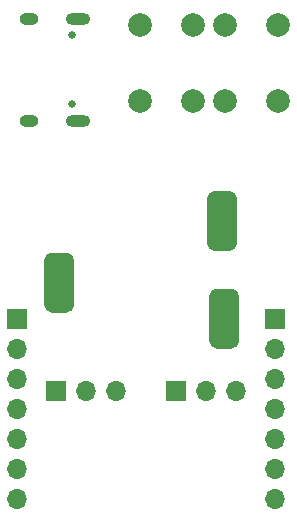
<source format=gbr>
%TF.GenerationSoftware,KiCad,Pcbnew,(5.1.9)-1*%
%TF.CreationDate,2021-12-20T22:20:38-08:00*%
%TF.ProjectId,MCL-102-2,4d434c2d-3130-4322-9d32-2e6b69636164,rev?*%
%TF.SameCoordinates,Original*%
%TF.FileFunction,Soldermask,Bot*%
%TF.FilePolarity,Negative*%
%FSLAX46Y46*%
G04 Gerber Fmt 4.6, Leading zero omitted, Abs format (unit mm)*
G04 Created by KiCad (PCBNEW (5.1.9)-1) date 2021-12-20 22:20:38*
%MOMM*%
%LPD*%
G01*
G04 APERTURE LIST*
%ADD10C,2.000000*%
%ADD11O,1.700000X1.700000*%
%ADD12R,1.700000X1.700000*%
%ADD13O,2.100000X1.000000*%
%ADD14C,0.650000*%
%ADD15O,1.600000X1.000000*%
G04 APERTURE END LIST*
D10*
%TO.C,SW1*%
X146376000Y-91590000D03*
X150876000Y-91590000D03*
X146376000Y-85090000D03*
X150876000Y-85090000D03*
%TD*%
%TO.C,J6*%
G36*
G01*
X145034000Y-111887000D02*
X145034000Y-108077000D01*
G75*
G02*
X145669000Y-107442000I635000J0D01*
G01*
X146939000Y-107442000D01*
G75*
G02*
X147574000Y-108077000I0J-635000D01*
G01*
X147574000Y-111887000D01*
G75*
G02*
X146939000Y-112522000I-635000J0D01*
G01*
X145669000Y-112522000D01*
G75*
G02*
X145034000Y-111887000I0J635000D01*
G01*
G37*
%TD*%
%TO.C,J3*%
G36*
G01*
X144856200Y-103632000D02*
X144856200Y-99822000D01*
G75*
G02*
X145491200Y-99187000I635000J0D01*
G01*
X146761200Y-99187000D01*
G75*
G02*
X147396200Y-99822000I0J-635000D01*
G01*
X147396200Y-103632000D01*
G75*
G02*
X146761200Y-104267000I-635000J0D01*
G01*
X145491200Y-104267000D01*
G75*
G02*
X144856200Y-103632000I0J635000D01*
G01*
G37*
%TD*%
D11*
%TO.C,J5*%
X137160000Y-116078000D03*
X134620000Y-116078000D03*
D12*
X132080000Y-116078000D03*
%TD*%
D11*
%TO.C,J4*%
X147320000Y-116078000D03*
X144780000Y-116078000D03*
D12*
X142240000Y-116078000D03*
%TD*%
D10*
%TO.C,SW2*%
X139192000Y-91590000D03*
X143692000Y-91590000D03*
X139192000Y-85090000D03*
X143692000Y-85090000D03*
%TD*%
%TO.C,J2*%
G36*
G01*
X133604000Y-105029000D02*
X133604000Y-108839000D01*
G75*
G02*
X132969000Y-109474000I-635000J0D01*
G01*
X131699000Y-109474000D01*
G75*
G02*
X131064000Y-108839000I0J635000D01*
G01*
X131064000Y-105029000D01*
G75*
G02*
X131699000Y-104394000I635000J0D01*
G01*
X132969000Y-104394000D01*
G75*
G02*
X133604000Y-105029000I0J-635000D01*
G01*
G37*
%TD*%
D11*
%TO.C,J1*%
X128778000Y-125222000D03*
X128778000Y-122682000D03*
X128778000Y-120142000D03*
X128778000Y-117602000D03*
X128778000Y-115062000D03*
X128778000Y-112522000D03*
D12*
X128778000Y-109982000D03*
%TD*%
D11*
%TO.C,J8*%
X150622000Y-125222000D03*
X150622000Y-122682000D03*
X150622000Y-120142000D03*
X150622000Y-117602000D03*
X150622000Y-115062000D03*
X150622000Y-112522000D03*
D12*
X150622000Y-109982000D03*
%TD*%
D13*
%TO.C,J7*%
X133940000Y-93220000D03*
X133940000Y-84580000D03*
D14*
X133410000Y-86010000D03*
D15*
X129760000Y-84580000D03*
D14*
X133410000Y-91790000D03*
D15*
X129760000Y-93220000D03*
%TD*%
M02*

</source>
